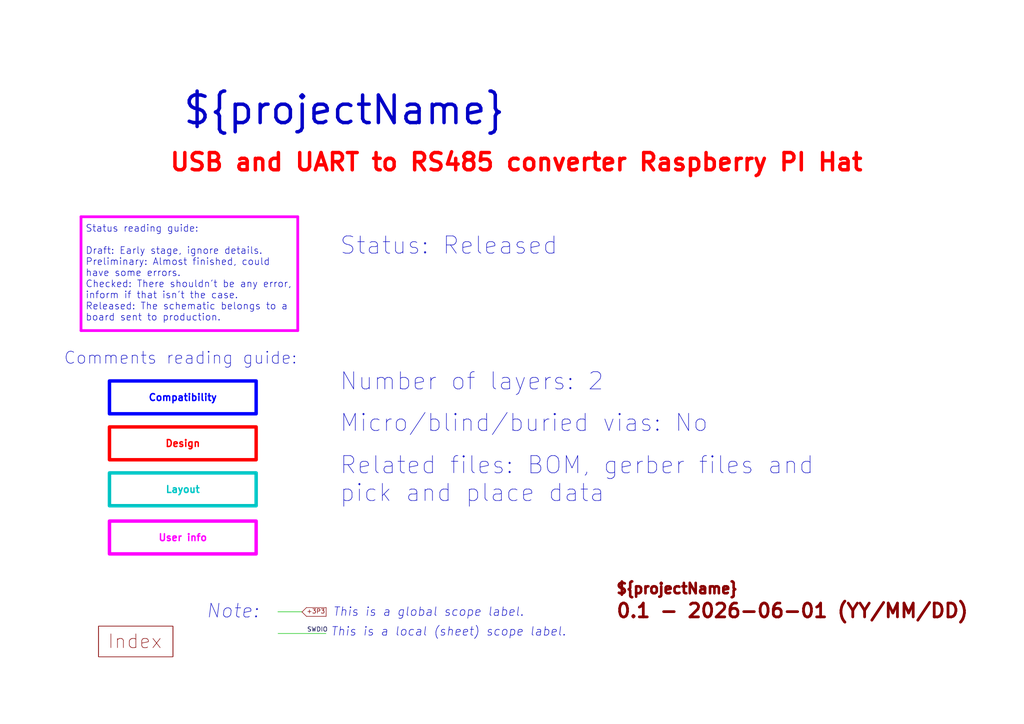
<source format=kicad_sch>
(kicad_sch
	(version 20250114)
	(generator "eeschema")
	(generator_version "9.0")
	(uuid "e63e39d7-6ac0-4ffd-8aa3-1841a4541b55")
	(paper "A4")
	(title_block
		(title "${boardName} - ${coverName}")
		(date "2025-10-04")
		(rev "0.1")
	)
	(lib_symbols)
	(text "${REVISION} - ${CURRENT_DATE} (YY/MM/DD)"
		(exclude_from_sim no)
		(at 178.435 179.705 0)
		(effects
			(font
				(size 4 4)
				(thickness 0.8)
				(bold yes)
				(color 132 0 0 1)
			)
			(justify left bottom)
		)
		(uuid "1a781d91-6be6-445f-96e2-06e76b7517a4")
	)
	(text "Status reading guide:\n\nDraft: Early stage, ignore details.\nPreliminary: Almost finished, could\nhave some errors.\nChecked: There shouldn't be any error,\ninform if that isn't the case.\nReleased: The schematic belongs to a \nboard sent to production."
		(exclude_from_sim no)
		(at 24.765 93.345 0)
		(effects
			(font
				(size 2 2)
			)
			(justify left bottom)
		)
		(uuid "1bcce2a7-1d4a-4ce7-8492-8c5b78c6bc3e")
	)
	(text "${projectName}"
		(exclude_from_sim no)
		(at 52.705 36.83 0)
		(effects
			(font
				(size 8 8)
				(thickness 1)
				(bold yes)
			)
			(justify left bottom)
		)
		(uuid "328b655f-3682-4d72-b986-09747092cdfb")
	)
	(text "This is a global scope label."
		(exclude_from_sim no)
		(at 96.52 179.07 0)
		(effects
			(font
				(size 2.5 2.5)
				(italic yes)
			)
			(justify left bottom)
		)
		(uuid "3b398e0a-4c10-4dcc-aa1f-5dcd51a576d9")
	)
	(text "Micro/blind/buried vias: No"
		(exclude_from_sim no)
		(at 98.425 125.73 0)
		(effects
			(font
				(size 5 5)
			)
			(justify left bottom)
		)
		(uuid "46c31fef-8b6d-4892-b7d6-1b9818ed82f5")
	)
	(text "Status: Released"
		(exclude_from_sim no)
		(at 98.425 74.295 0)
		(effects
			(font
				(size 5 5)
			)
			(justify left bottom)
		)
		(uuid "73b1f676-64a1-4437-9380-52c422752ac5")
	)
	(text "Comments reading guide:"
		(exclude_from_sim no)
		(at 18.415 106.045 0)
		(effects
			(font
				(size 3.5 3.5)
			)
			(justify left bottom)
		)
		(uuid "775fc778-7594-4b1f-8fe4-63abff69d96c")
	)
	(text "Note:"
		(exclude_from_sim no)
		(at 59.69 179.705 0)
		(effects
			(font
				(size 4 4)
				(italic yes)
			)
			(justify left bottom)
		)
		(uuid "7da919a6-904e-41c7-b0f6-91d865a93890")
	)
	(text "USB and UART to RS485 converter Raspberry PI Hat"
		(exclude_from_sim no)
		(at 48.895 50.165 0)
		(effects
			(font
				(size 5 5)
				(thickness 1)
				(bold yes)
				(color 255 0 0 1)
			)
			(justify left bottom)
		)
		(uuid "81a41d77-af36-4ec3-adf9-ecd6ea389e60")
	)
	(text "Related files: BOM, gerber files and\npick and place data"
		(exclude_from_sim no)
		(at 98.425 146.05 0)
		(effects
			(font
				(size 5 5)
			)
			(justify left bottom)
		)
		(uuid "99e5628a-8c61-4f9d-aa6e-5b585271b505")
	)
	(text "This is a local (sheet) scope label."
		(exclude_from_sim no)
		(at 95.885 184.785 0)
		(effects
			(font
				(size 2.5 2.5)
				(italic yes)
			)
			(justify left bottom)
		)
		(uuid "b3eebb03-af8c-48e8-a7d9-5ec3741206fa")
	)
	(text "SWDIO"
		(exclude_from_sim no)
		(at 89.027 183.4896 0)
		(effects
			(font
				(size 1.27 1.27)
				(color 0 0 72 1)
			)
			(justify left bottom)
		)
		(uuid "b5a00e1a-8c36-403e-aef8-ba74acad49ad")
	)
	(text "Index"
		(exclude_from_sim no)
		(at 31.115 188.595 0)
		(effects
			(font
				(size 4 4)
				(color 132 0 0 1)
			)
			(justify left bottom)
		)
		(uuid "c9c312d0-f746-4447-b3a4-7e610e80ec0a")
	)
	(text "+3P3"
		(exclude_from_sim no)
		(at 88.8746 178.2572 0)
		(effects
			(font
				(size 1.27 1.27)
				(color 132 0 0 1)
			)
			(justify left bottom)
		)
		(uuid "d06ce84f-88fb-4292-9589-fa22d07854b6")
	)
	(text "Number of layers: 2"
		(exclude_from_sim no)
		(at 98.425 113.665 0)
		(effects
			(font
				(size 5 5)
			)
			(justify left bottom)
		)
		(uuid "d46f6682-7aa3-41f8-8dfe-bfed3b1f9948")
	)
	(text "${projectName}"
		(exclude_from_sim no)
		(at 178.435 172.72 0)
		(effects
			(font
				(size 3 3)
				(thickness 0.8)
				(bold yes)
				(color 132 0 0 1)
			)
			(justify left bottom)
		)
		(uuid "e9800da5-11f3-4507-a140-586b6e0c4238")
	)
	(text_box "Design"
		(exclude_from_sim no)
		(at 31.75 123.825 0)
		(size 42.545 9.525)
		(margins 2 2 2 2)
		(stroke
			(width 1)
			(type default)
			(color 255 0 0 1)
		)
		(fill
			(type none)
		)
		(effects
			(font
				(size 2 2)
				(thickness 0.4)
				(bold yes)
				(color 255 0 0 1)
			)
		)
		(uuid "1b5c2cf5-124e-4f86-a474-5c4be9e3fe15")
	)
	(text_box "Compatibility"
		(exclude_from_sim no)
		(at 31.75 110.49 0)
		(size 42.545 9.525)
		(margins 2 2 2 2)
		(stroke
			(width 1)
			(type default)
			(color 0 0 255 1)
		)
		(fill
			(type none)
		)
		(effects
			(font
				(size 2 2)
				(thickness 0.4)
				(bold yes)
				(color 0 0 255 1)
			)
		)
		(uuid "aa984558-b4fc-4402-9b3a-f167ab16e118")
	)
	(text_box "User info"
		(exclude_from_sim no)
		(at 31.75 151.13 0)
		(size 42.545 9.525)
		(margins 2 2 2 2)
		(stroke
			(width 1)
			(type default)
			(color 255 0 255 1)
		)
		(fill
			(type none)
		)
		(effects
			(font
				(size 2 2)
				(thickness 0.4)
				(bold yes)
				(color 255 0 255 1)
			)
		)
		(uuid "d227550d-c416-4488-9140-4b84e954cb08")
	)
	(text_box "Layout"
		(exclude_from_sim no)
		(at 31.75 137.16 0)
		(size 42.545 9.525)
		(margins 2 2 2 2)
		(stroke
			(width 1)
			(type default)
			(color 0 194 194 1)
		)
		(fill
			(type none)
		)
		(effects
			(font
				(size 2 2)
				(thickness 0.4)
				(bold yes)
				(color 0 194 194 1)
			)
		)
		(uuid "d96af5ad-2b4d-4ea1-a386-5433a78f90a2")
	)
	(polyline
		(pts
			(xy 87.6046 177.4952) (xy 88.8746 176.2252)
		)
		(stroke
			(width 0)
			(type default)
			(color 132 0 0 1)
		)
		(uuid "0bf230ea-0b23-433b-9e87-f1a3693424ca")
	)
	(polyline
		(pts
			(xy 87.6046 177.4952) (xy 88.8746 178.7652)
		)
		(stroke
			(width 0)
			(type default)
			(color 132 0 0 1)
		)
		(uuid "14947e3d-59e0-4a6b-821d-582920d989b4")
	)
	(polyline
		(pts
			(xy 88.8746 178.7652) (xy 94.5896 178.7652)
		)
		(stroke
			(width 0)
			(type default)
			(color 132 0 0 1)
		)
		(uuid "1aa4048a-c8f3-4568-b409-4246aea0e360")
	)
	(polyline
		(pts
			(xy 94.5896 176.2252) (xy 94.5896 178.1302)
		)
		(stroke
			(width 0)
			(type default)
			(color 132 0 0 1)
		)
		(uuid "1acb670f-3e36-471a-9687-8d8b29854f0d")
	)
	(polyline
		(pts
			(xy 94.5896 178.1302) (xy 94.5896 178.7652)
		)
		(stroke
			(width 0)
			(type default)
			(color 132 0 0 1)
		)
		(uuid "2112a9f6-0d85-4af8-a07b-33fae708dd18")
	)
	(polyline
		(pts
			(xy 23.495 95.885) (xy 23.495 62.865)
		)
		(stroke
			(width 0.8)
			(type default)
			(color 255 0 255 1)
		)
		(uuid "24fc7443-835f-4b76-b57b-a0cefa41df90")
	)
	(polyline
		(pts
			(xy 80.645 183.7436) (xy 94.5388 183.7436)
		)
		(stroke
			(width 0)
			(type default)
			(color 0 194 0 1)
		)
		(uuid "3fc8e4bc-e869-4e65-bb72-1fae8a957c88")
	)
	(polyline
		(pts
			(xy 80.5942 177.4444) (xy 87.6046 177.4444)
		)
		(stroke
			(width 0)
			(type default)
			(color 0 194 0 1)
		)
		(uuid "6decca94-0ffa-45c2-9245-bb391bb25c0b")
	)
	(polyline
		(pts
			(xy 86.36 95.885) (xy 23.495 95.885)
		)
		(stroke
			(width 0.8)
			(type default)
			(color 255 0 255 1)
		)
		(uuid "7ad5102a-93a1-46e6-9d4b-ca2d6b67a6de")
	)
	(polyline
		(pts
			(xy 23.495 62.865) (xy 86.36 62.865)
		)
		(stroke
			(width 0.8)
			(type default)
			(color 255 0 255 1)
		)
		(uuid "b6bbdc53-1fd3-4135-bf18-4b9ea2207ca4")
	)
	(polyline
		(pts
			(xy 86.36 62.865) (xy 86.36 95.885)
		)
		(stroke
			(width 0.8)
			(type default)
			(color 255 0 255 1)
		)
		(uuid "d8522ee7-59e3-411a-a232-b0b35ff56924")
	)
	(polyline
		(pts
			(xy 88.8746 176.2252) (xy 94.5896 176.2252)
		)
		(stroke
			(width 0)
			(type default)
			(color 132 0 0 1)
		)
		(uuid "f5a93e91-ead5-4e42-a9a5-ed1407b11792")
	)
	(sheet
		(at 28.575 181.61)
		(size 21.59 8.89)
		(exclude_from_sim no)
		(in_bom yes)
		(on_board yes)
		(dnp no)
		(fields_autoplaced yes)
		(stroke
			(width 0.1524)
			(type solid)
		)
		(fill
			(color 0 0 0 0.0000)
		)
		(uuid "eef31ba5-994a-4dab-8b67-8b56d6ec3764")
		(property "Sheetname" "index"
			(at 28.575 180.8984 0)
			(effects
				(font
					(size 1.27 1.27)
				)
				(justify left bottom)
				(hide yes)
			)
		)
		(property "Sheetfile" "index.kicad_sch"
			(at 28.575 191.0846 0)
			(effects
				(font
					(size 1.27 1.27)
				)
				(justify left top)
				(hide yes)
			)
		)
		(instances
			(project "0.1"
				(path "/e63e39d7-6ac0-4ffd-8aa3-1841a4541b55"
					(page "2")
				)
			)
		)
	)
	(sheet_instances
		(path "/"
			(page "1")
		)
	)
	(embedded_fonts no)
)

</source>
